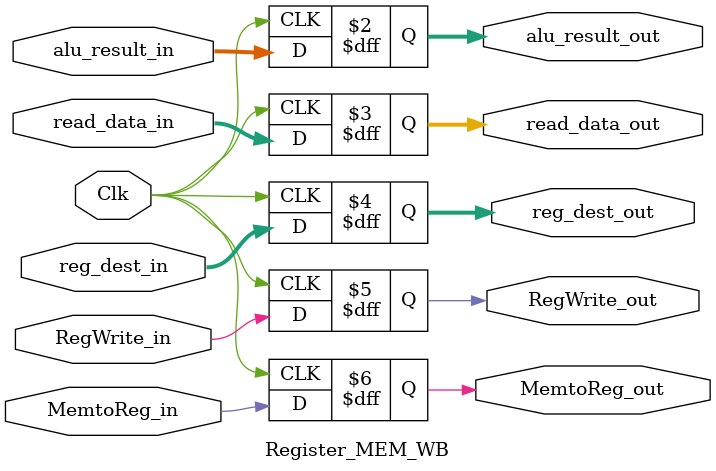
<source format=v>
`timescale 1ns / 1ps


module Register_MEM_WB(
    // clock input
    input Clk,
    
    // input signals
    input [31:0] alu_result_in,
    input [31:0] read_data_in,
    input [4:0] reg_dest_in,
    
    // output signals
    output reg [31:0] alu_result_out,
    output reg [31:0] read_data_out,
    output reg [4:0] reg_dest_out,
    
    // control signals
    // inputs
    input RegWrite_in,
    input MemtoReg_in,
    
    // outputs
    output reg RegWrite_out,
    output reg MemtoReg_out
    );
    
    always @(posedge Clk) begin
        alu_result_out <= alu_result_in;
        read_data_out <= read_data_in;
        reg_dest_out <= reg_dest_in;
        
        // control signals
        RegWrite_out <= RegWrite_in;
        MemtoReg_out <= MemtoReg_in;
    end
    
endmodule

</source>
